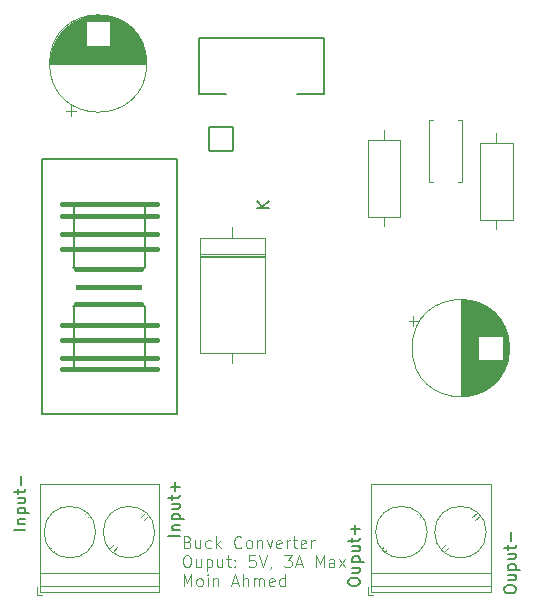
<source format=gto>
G04 #@! TF.GenerationSoftware,KiCad,Pcbnew,8.0.4*
G04 #@! TF.CreationDate,2024-11-26T22:54:14-05:00*
G04 #@! TF.ProjectId,buck_converter_lm2596_5V,6275636b-5f63-46f6-9e76-65727465725f,rev?*
G04 #@! TF.SameCoordinates,Original*
G04 #@! TF.FileFunction,Legend,Top*
G04 #@! TF.FilePolarity,Positive*
%FSLAX46Y46*%
G04 Gerber Fmt 4.6, Leading zero omitted, Abs format (unit mm)*
G04 Created by KiCad (PCBNEW 8.0.4) date 2024-11-26 22:54:14*
%MOMM*%
%LPD*%
G01*
G04 APERTURE LIST*
G04 Aperture macros list*
%AMRoundRect*
0 Rectangle with rounded corners*
0 $1 Rounding radius*
0 $2 $3 $4 $5 $6 $7 $8 $9 X,Y pos of 4 corners*
0 Add a 4 corners polygon primitive as box body*
4,1,4,$2,$3,$4,$5,$6,$7,$8,$9,$2,$3,0*
0 Add four circle primitives for the rounded corners*
1,1,$1+$1,$2,$3*
1,1,$1+$1,$4,$5*
1,1,$1+$1,$6,$7*
1,1,$1+$1,$8,$9*
0 Add four rect primitives between the rounded corners*
20,1,$1+$1,$2,$3,$4,$5,0*
20,1,$1+$1,$4,$5,$6,$7,0*
20,1,$1+$1,$6,$7,$8,$9,0*
20,1,$1+$1,$8,$9,$2,$3,0*%
G04 Aperture macros list end*
%ADD10C,0.150000*%
%ADD11C,0.100000*%
%ADD12C,0.120000*%
%ADD13C,0.152400*%
%ADD14C,0.127000*%
%ADD15C,0.406400*%
%ADD16R,1.600000X1.600000*%
%ADD17C,1.600000*%
%ADD18RoundRect,0.102000X-1.009650X-1.009650X1.009650X-1.009650X1.009650X1.009650X-1.009650X1.009650X0*%
%ADD19C,2.223300*%
%ADD20R,2.600000X2.600000*%
%ADD21C,2.600000*%
%ADD22O,1.600000X1.600000*%
%ADD23O,2.004000X3.804000*%
%ADD24R,3.200000X3.200000*%
%ADD25O,3.200000X3.200000*%
G04 APERTURE END LIST*
D10*
X140839819Y-101771220D02*
X139839819Y-101771220D01*
X140173152Y-101295030D02*
X140839819Y-101295030D01*
X140268390Y-101295030D02*
X140220771Y-101247411D01*
X140220771Y-101247411D02*
X140173152Y-101152173D01*
X140173152Y-101152173D02*
X140173152Y-101009316D01*
X140173152Y-101009316D02*
X140220771Y-100914078D01*
X140220771Y-100914078D02*
X140316009Y-100866459D01*
X140316009Y-100866459D02*
X140839819Y-100866459D01*
X140173152Y-100390268D02*
X141173152Y-100390268D01*
X140220771Y-100390268D02*
X140173152Y-100295030D01*
X140173152Y-100295030D02*
X140173152Y-100104554D01*
X140173152Y-100104554D02*
X140220771Y-100009316D01*
X140220771Y-100009316D02*
X140268390Y-99961697D01*
X140268390Y-99961697D02*
X140363628Y-99914078D01*
X140363628Y-99914078D02*
X140649342Y-99914078D01*
X140649342Y-99914078D02*
X140744580Y-99961697D01*
X140744580Y-99961697D02*
X140792200Y-100009316D01*
X140792200Y-100009316D02*
X140839819Y-100104554D01*
X140839819Y-100104554D02*
X140839819Y-100295030D01*
X140839819Y-100295030D02*
X140792200Y-100390268D01*
X140173152Y-99056935D02*
X140839819Y-99056935D01*
X140173152Y-99485506D02*
X140696961Y-99485506D01*
X140696961Y-99485506D02*
X140792200Y-99437887D01*
X140792200Y-99437887D02*
X140839819Y-99342649D01*
X140839819Y-99342649D02*
X140839819Y-99199792D01*
X140839819Y-99199792D02*
X140792200Y-99104554D01*
X140792200Y-99104554D02*
X140744580Y-99056935D01*
X140173152Y-98723601D02*
X140173152Y-98342649D01*
X139839819Y-98580744D02*
X140696961Y-98580744D01*
X140696961Y-98580744D02*
X140792200Y-98533125D01*
X140792200Y-98533125D02*
X140839819Y-98437887D01*
X140839819Y-98437887D02*
X140839819Y-98342649D01*
X140458866Y-98009315D02*
X140458866Y-97247411D01*
X153920819Y-102279220D02*
X152920819Y-102279220D01*
X153254152Y-101803030D02*
X153920819Y-101803030D01*
X153349390Y-101803030D02*
X153301771Y-101755411D01*
X153301771Y-101755411D02*
X153254152Y-101660173D01*
X153254152Y-101660173D02*
X153254152Y-101517316D01*
X153254152Y-101517316D02*
X153301771Y-101422078D01*
X153301771Y-101422078D02*
X153397009Y-101374459D01*
X153397009Y-101374459D02*
X153920819Y-101374459D01*
X153254152Y-100898268D02*
X154254152Y-100898268D01*
X153301771Y-100898268D02*
X153254152Y-100803030D01*
X153254152Y-100803030D02*
X153254152Y-100612554D01*
X153254152Y-100612554D02*
X153301771Y-100517316D01*
X153301771Y-100517316D02*
X153349390Y-100469697D01*
X153349390Y-100469697D02*
X153444628Y-100422078D01*
X153444628Y-100422078D02*
X153730342Y-100422078D01*
X153730342Y-100422078D02*
X153825580Y-100469697D01*
X153825580Y-100469697D02*
X153873200Y-100517316D01*
X153873200Y-100517316D02*
X153920819Y-100612554D01*
X153920819Y-100612554D02*
X153920819Y-100803030D01*
X153920819Y-100803030D02*
X153873200Y-100898268D01*
X153254152Y-99564935D02*
X153920819Y-99564935D01*
X153254152Y-99993506D02*
X153777961Y-99993506D01*
X153777961Y-99993506D02*
X153873200Y-99945887D01*
X153873200Y-99945887D02*
X153920819Y-99850649D01*
X153920819Y-99850649D02*
X153920819Y-99707792D01*
X153920819Y-99707792D02*
X153873200Y-99612554D01*
X153873200Y-99612554D02*
X153825580Y-99564935D01*
X153254152Y-99231601D02*
X153254152Y-98850649D01*
X152920819Y-99088744D02*
X153777961Y-99088744D01*
X153777961Y-99088744D02*
X153873200Y-99041125D01*
X153873200Y-99041125D02*
X153920819Y-98945887D01*
X153920819Y-98945887D02*
X153920819Y-98850649D01*
X153539866Y-98517315D02*
X153539866Y-97755411D01*
X153920819Y-98136363D02*
X153158914Y-98136363D01*
D11*
X154561217Y-102808721D02*
X154704074Y-102856340D01*
X154704074Y-102856340D02*
X154751693Y-102903959D01*
X154751693Y-102903959D02*
X154799312Y-102999197D01*
X154799312Y-102999197D02*
X154799312Y-103142054D01*
X154799312Y-103142054D02*
X154751693Y-103237292D01*
X154751693Y-103237292D02*
X154704074Y-103284912D01*
X154704074Y-103284912D02*
X154608836Y-103332531D01*
X154608836Y-103332531D02*
X154227884Y-103332531D01*
X154227884Y-103332531D02*
X154227884Y-102332531D01*
X154227884Y-102332531D02*
X154561217Y-102332531D01*
X154561217Y-102332531D02*
X154656455Y-102380150D01*
X154656455Y-102380150D02*
X154704074Y-102427769D01*
X154704074Y-102427769D02*
X154751693Y-102523007D01*
X154751693Y-102523007D02*
X154751693Y-102618245D01*
X154751693Y-102618245D02*
X154704074Y-102713483D01*
X154704074Y-102713483D02*
X154656455Y-102761102D01*
X154656455Y-102761102D02*
X154561217Y-102808721D01*
X154561217Y-102808721D02*
X154227884Y-102808721D01*
X155656455Y-102665864D02*
X155656455Y-103332531D01*
X155227884Y-102665864D02*
X155227884Y-103189673D01*
X155227884Y-103189673D02*
X155275503Y-103284912D01*
X155275503Y-103284912D02*
X155370741Y-103332531D01*
X155370741Y-103332531D02*
X155513598Y-103332531D01*
X155513598Y-103332531D02*
X155608836Y-103284912D01*
X155608836Y-103284912D02*
X155656455Y-103237292D01*
X156561217Y-103284912D02*
X156465979Y-103332531D01*
X156465979Y-103332531D02*
X156275503Y-103332531D01*
X156275503Y-103332531D02*
X156180265Y-103284912D01*
X156180265Y-103284912D02*
X156132646Y-103237292D01*
X156132646Y-103237292D02*
X156085027Y-103142054D01*
X156085027Y-103142054D02*
X156085027Y-102856340D01*
X156085027Y-102856340D02*
X156132646Y-102761102D01*
X156132646Y-102761102D02*
X156180265Y-102713483D01*
X156180265Y-102713483D02*
X156275503Y-102665864D01*
X156275503Y-102665864D02*
X156465979Y-102665864D01*
X156465979Y-102665864D02*
X156561217Y-102713483D01*
X156989789Y-103332531D02*
X156989789Y-102332531D01*
X157085027Y-102951578D02*
X157370741Y-103332531D01*
X157370741Y-102665864D02*
X156989789Y-103046816D01*
X159132646Y-103237292D02*
X159085027Y-103284912D01*
X159085027Y-103284912D02*
X158942170Y-103332531D01*
X158942170Y-103332531D02*
X158846932Y-103332531D01*
X158846932Y-103332531D02*
X158704075Y-103284912D01*
X158704075Y-103284912D02*
X158608837Y-103189673D01*
X158608837Y-103189673D02*
X158561218Y-103094435D01*
X158561218Y-103094435D02*
X158513599Y-102903959D01*
X158513599Y-102903959D02*
X158513599Y-102761102D01*
X158513599Y-102761102D02*
X158561218Y-102570626D01*
X158561218Y-102570626D02*
X158608837Y-102475388D01*
X158608837Y-102475388D02*
X158704075Y-102380150D01*
X158704075Y-102380150D02*
X158846932Y-102332531D01*
X158846932Y-102332531D02*
X158942170Y-102332531D01*
X158942170Y-102332531D02*
X159085027Y-102380150D01*
X159085027Y-102380150D02*
X159132646Y-102427769D01*
X159704075Y-103332531D02*
X159608837Y-103284912D01*
X159608837Y-103284912D02*
X159561218Y-103237292D01*
X159561218Y-103237292D02*
X159513599Y-103142054D01*
X159513599Y-103142054D02*
X159513599Y-102856340D01*
X159513599Y-102856340D02*
X159561218Y-102761102D01*
X159561218Y-102761102D02*
X159608837Y-102713483D01*
X159608837Y-102713483D02*
X159704075Y-102665864D01*
X159704075Y-102665864D02*
X159846932Y-102665864D01*
X159846932Y-102665864D02*
X159942170Y-102713483D01*
X159942170Y-102713483D02*
X159989789Y-102761102D01*
X159989789Y-102761102D02*
X160037408Y-102856340D01*
X160037408Y-102856340D02*
X160037408Y-103142054D01*
X160037408Y-103142054D02*
X159989789Y-103237292D01*
X159989789Y-103237292D02*
X159942170Y-103284912D01*
X159942170Y-103284912D02*
X159846932Y-103332531D01*
X159846932Y-103332531D02*
X159704075Y-103332531D01*
X160465980Y-102665864D02*
X160465980Y-103332531D01*
X160465980Y-102761102D02*
X160513599Y-102713483D01*
X160513599Y-102713483D02*
X160608837Y-102665864D01*
X160608837Y-102665864D02*
X160751694Y-102665864D01*
X160751694Y-102665864D02*
X160846932Y-102713483D01*
X160846932Y-102713483D02*
X160894551Y-102808721D01*
X160894551Y-102808721D02*
X160894551Y-103332531D01*
X161275504Y-102665864D02*
X161513599Y-103332531D01*
X161513599Y-103332531D02*
X161751694Y-102665864D01*
X162513599Y-103284912D02*
X162418361Y-103332531D01*
X162418361Y-103332531D02*
X162227885Y-103332531D01*
X162227885Y-103332531D02*
X162132647Y-103284912D01*
X162132647Y-103284912D02*
X162085028Y-103189673D01*
X162085028Y-103189673D02*
X162085028Y-102808721D01*
X162085028Y-102808721D02*
X162132647Y-102713483D01*
X162132647Y-102713483D02*
X162227885Y-102665864D01*
X162227885Y-102665864D02*
X162418361Y-102665864D01*
X162418361Y-102665864D02*
X162513599Y-102713483D01*
X162513599Y-102713483D02*
X162561218Y-102808721D01*
X162561218Y-102808721D02*
X162561218Y-102903959D01*
X162561218Y-102903959D02*
X162085028Y-102999197D01*
X162989790Y-103332531D02*
X162989790Y-102665864D01*
X162989790Y-102856340D02*
X163037409Y-102761102D01*
X163037409Y-102761102D02*
X163085028Y-102713483D01*
X163085028Y-102713483D02*
X163180266Y-102665864D01*
X163180266Y-102665864D02*
X163275504Y-102665864D01*
X163465981Y-102665864D02*
X163846933Y-102665864D01*
X163608838Y-102332531D02*
X163608838Y-103189673D01*
X163608838Y-103189673D02*
X163656457Y-103284912D01*
X163656457Y-103284912D02*
X163751695Y-103332531D01*
X163751695Y-103332531D02*
X163846933Y-103332531D01*
X164561219Y-103284912D02*
X164465981Y-103332531D01*
X164465981Y-103332531D02*
X164275505Y-103332531D01*
X164275505Y-103332531D02*
X164180267Y-103284912D01*
X164180267Y-103284912D02*
X164132648Y-103189673D01*
X164132648Y-103189673D02*
X164132648Y-102808721D01*
X164132648Y-102808721D02*
X164180267Y-102713483D01*
X164180267Y-102713483D02*
X164275505Y-102665864D01*
X164275505Y-102665864D02*
X164465981Y-102665864D01*
X164465981Y-102665864D02*
X164561219Y-102713483D01*
X164561219Y-102713483D02*
X164608838Y-102808721D01*
X164608838Y-102808721D02*
X164608838Y-102903959D01*
X164608838Y-102903959D02*
X164132648Y-102999197D01*
X165037410Y-103332531D02*
X165037410Y-102665864D01*
X165037410Y-102856340D02*
X165085029Y-102761102D01*
X165085029Y-102761102D02*
X165132648Y-102713483D01*
X165132648Y-102713483D02*
X165227886Y-102665864D01*
X165227886Y-102665864D02*
X165323124Y-102665864D01*
X154418360Y-103942475D02*
X154608836Y-103942475D01*
X154608836Y-103942475D02*
X154704074Y-103990094D01*
X154704074Y-103990094D02*
X154799312Y-104085332D01*
X154799312Y-104085332D02*
X154846931Y-104275808D01*
X154846931Y-104275808D02*
X154846931Y-104609141D01*
X154846931Y-104609141D02*
X154799312Y-104799617D01*
X154799312Y-104799617D02*
X154704074Y-104894856D01*
X154704074Y-104894856D02*
X154608836Y-104942475D01*
X154608836Y-104942475D02*
X154418360Y-104942475D01*
X154418360Y-104942475D02*
X154323122Y-104894856D01*
X154323122Y-104894856D02*
X154227884Y-104799617D01*
X154227884Y-104799617D02*
X154180265Y-104609141D01*
X154180265Y-104609141D02*
X154180265Y-104275808D01*
X154180265Y-104275808D02*
X154227884Y-104085332D01*
X154227884Y-104085332D02*
X154323122Y-103990094D01*
X154323122Y-103990094D02*
X154418360Y-103942475D01*
X155704074Y-104275808D02*
X155704074Y-104942475D01*
X155275503Y-104275808D02*
X155275503Y-104799617D01*
X155275503Y-104799617D02*
X155323122Y-104894856D01*
X155323122Y-104894856D02*
X155418360Y-104942475D01*
X155418360Y-104942475D02*
X155561217Y-104942475D01*
X155561217Y-104942475D02*
X155656455Y-104894856D01*
X155656455Y-104894856D02*
X155704074Y-104847236D01*
X156180265Y-104275808D02*
X156180265Y-105275808D01*
X156180265Y-104323427D02*
X156275503Y-104275808D01*
X156275503Y-104275808D02*
X156465979Y-104275808D01*
X156465979Y-104275808D02*
X156561217Y-104323427D01*
X156561217Y-104323427D02*
X156608836Y-104371046D01*
X156608836Y-104371046D02*
X156656455Y-104466284D01*
X156656455Y-104466284D02*
X156656455Y-104751998D01*
X156656455Y-104751998D02*
X156608836Y-104847236D01*
X156608836Y-104847236D02*
X156561217Y-104894856D01*
X156561217Y-104894856D02*
X156465979Y-104942475D01*
X156465979Y-104942475D02*
X156275503Y-104942475D01*
X156275503Y-104942475D02*
X156180265Y-104894856D01*
X157513598Y-104275808D02*
X157513598Y-104942475D01*
X157085027Y-104275808D02*
X157085027Y-104799617D01*
X157085027Y-104799617D02*
X157132646Y-104894856D01*
X157132646Y-104894856D02*
X157227884Y-104942475D01*
X157227884Y-104942475D02*
X157370741Y-104942475D01*
X157370741Y-104942475D02*
X157465979Y-104894856D01*
X157465979Y-104894856D02*
X157513598Y-104847236D01*
X157846932Y-104275808D02*
X158227884Y-104275808D01*
X157989789Y-103942475D02*
X157989789Y-104799617D01*
X157989789Y-104799617D02*
X158037408Y-104894856D01*
X158037408Y-104894856D02*
X158132646Y-104942475D01*
X158132646Y-104942475D02*
X158227884Y-104942475D01*
X158561218Y-104847236D02*
X158608837Y-104894856D01*
X158608837Y-104894856D02*
X158561218Y-104942475D01*
X158561218Y-104942475D02*
X158513599Y-104894856D01*
X158513599Y-104894856D02*
X158561218Y-104847236D01*
X158561218Y-104847236D02*
X158561218Y-104942475D01*
X158561218Y-104323427D02*
X158608837Y-104371046D01*
X158608837Y-104371046D02*
X158561218Y-104418665D01*
X158561218Y-104418665D02*
X158513599Y-104371046D01*
X158513599Y-104371046D02*
X158561218Y-104323427D01*
X158561218Y-104323427D02*
X158561218Y-104418665D01*
X160275503Y-103942475D02*
X159799313Y-103942475D01*
X159799313Y-103942475D02*
X159751694Y-104418665D01*
X159751694Y-104418665D02*
X159799313Y-104371046D01*
X159799313Y-104371046D02*
X159894551Y-104323427D01*
X159894551Y-104323427D02*
X160132646Y-104323427D01*
X160132646Y-104323427D02*
X160227884Y-104371046D01*
X160227884Y-104371046D02*
X160275503Y-104418665D01*
X160275503Y-104418665D02*
X160323122Y-104513903D01*
X160323122Y-104513903D02*
X160323122Y-104751998D01*
X160323122Y-104751998D02*
X160275503Y-104847236D01*
X160275503Y-104847236D02*
X160227884Y-104894856D01*
X160227884Y-104894856D02*
X160132646Y-104942475D01*
X160132646Y-104942475D02*
X159894551Y-104942475D01*
X159894551Y-104942475D02*
X159799313Y-104894856D01*
X159799313Y-104894856D02*
X159751694Y-104847236D01*
X160608837Y-103942475D02*
X160942170Y-104942475D01*
X160942170Y-104942475D02*
X161275503Y-103942475D01*
X161656456Y-104894856D02*
X161656456Y-104942475D01*
X161656456Y-104942475D02*
X161608837Y-105037713D01*
X161608837Y-105037713D02*
X161561218Y-105085332D01*
X162751694Y-103942475D02*
X163370741Y-103942475D01*
X163370741Y-103942475D02*
X163037408Y-104323427D01*
X163037408Y-104323427D02*
X163180265Y-104323427D01*
X163180265Y-104323427D02*
X163275503Y-104371046D01*
X163275503Y-104371046D02*
X163323122Y-104418665D01*
X163323122Y-104418665D02*
X163370741Y-104513903D01*
X163370741Y-104513903D02*
X163370741Y-104751998D01*
X163370741Y-104751998D02*
X163323122Y-104847236D01*
X163323122Y-104847236D02*
X163275503Y-104894856D01*
X163275503Y-104894856D02*
X163180265Y-104942475D01*
X163180265Y-104942475D02*
X162894551Y-104942475D01*
X162894551Y-104942475D02*
X162799313Y-104894856D01*
X162799313Y-104894856D02*
X162751694Y-104847236D01*
X163751694Y-104656760D02*
X164227884Y-104656760D01*
X163656456Y-104942475D02*
X163989789Y-103942475D01*
X163989789Y-103942475D02*
X164323122Y-104942475D01*
X165418361Y-104942475D02*
X165418361Y-103942475D01*
X165418361Y-103942475D02*
X165751694Y-104656760D01*
X165751694Y-104656760D02*
X166085027Y-103942475D01*
X166085027Y-103942475D02*
X166085027Y-104942475D01*
X166989789Y-104942475D02*
X166989789Y-104418665D01*
X166989789Y-104418665D02*
X166942170Y-104323427D01*
X166942170Y-104323427D02*
X166846932Y-104275808D01*
X166846932Y-104275808D02*
X166656456Y-104275808D01*
X166656456Y-104275808D02*
X166561218Y-104323427D01*
X166989789Y-104894856D02*
X166894551Y-104942475D01*
X166894551Y-104942475D02*
X166656456Y-104942475D01*
X166656456Y-104942475D02*
X166561218Y-104894856D01*
X166561218Y-104894856D02*
X166513599Y-104799617D01*
X166513599Y-104799617D02*
X166513599Y-104704379D01*
X166513599Y-104704379D02*
X166561218Y-104609141D01*
X166561218Y-104609141D02*
X166656456Y-104561522D01*
X166656456Y-104561522D02*
X166894551Y-104561522D01*
X166894551Y-104561522D02*
X166989789Y-104513903D01*
X167370742Y-104942475D02*
X167894551Y-104275808D01*
X167370742Y-104275808D02*
X167894551Y-104942475D01*
X154227884Y-106552419D02*
X154227884Y-105552419D01*
X154227884Y-105552419D02*
X154561217Y-106266704D01*
X154561217Y-106266704D02*
X154894550Y-105552419D01*
X154894550Y-105552419D02*
X154894550Y-106552419D01*
X155513598Y-106552419D02*
X155418360Y-106504800D01*
X155418360Y-106504800D02*
X155370741Y-106457180D01*
X155370741Y-106457180D02*
X155323122Y-106361942D01*
X155323122Y-106361942D02*
X155323122Y-106076228D01*
X155323122Y-106076228D02*
X155370741Y-105980990D01*
X155370741Y-105980990D02*
X155418360Y-105933371D01*
X155418360Y-105933371D02*
X155513598Y-105885752D01*
X155513598Y-105885752D02*
X155656455Y-105885752D01*
X155656455Y-105885752D02*
X155751693Y-105933371D01*
X155751693Y-105933371D02*
X155799312Y-105980990D01*
X155799312Y-105980990D02*
X155846931Y-106076228D01*
X155846931Y-106076228D02*
X155846931Y-106361942D01*
X155846931Y-106361942D02*
X155799312Y-106457180D01*
X155799312Y-106457180D02*
X155751693Y-106504800D01*
X155751693Y-106504800D02*
X155656455Y-106552419D01*
X155656455Y-106552419D02*
X155513598Y-106552419D01*
X156275503Y-106552419D02*
X156275503Y-105885752D01*
X156275503Y-105552419D02*
X156227884Y-105600038D01*
X156227884Y-105600038D02*
X156275503Y-105647657D01*
X156275503Y-105647657D02*
X156323122Y-105600038D01*
X156323122Y-105600038D02*
X156275503Y-105552419D01*
X156275503Y-105552419D02*
X156275503Y-105647657D01*
X156751693Y-105885752D02*
X156751693Y-106552419D01*
X156751693Y-105980990D02*
X156799312Y-105933371D01*
X156799312Y-105933371D02*
X156894550Y-105885752D01*
X156894550Y-105885752D02*
X157037407Y-105885752D01*
X157037407Y-105885752D02*
X157132645Y-105933371D01*
X157132645Y-105933371D02*
X157180264Y-106028609D01*
X157180264Y-106028609D02*
X157180264Y-106552419D01*
X158370741Y-106266704D02*
X158846931Y-106266704D01*
X158275503Y-106552419D02*
X158608836Y-105552419D01*
X158608836Y-105552419D02*
X158942169Y-106552419D01*
X159275503Y-106552419D02*
X159275503Y-105552419D01*
X159704074Y-106552419D02*
X159704074Y-106028609D01*
X159704074Y-106028609D02*
X159656455Y-105933371D01*
X159656455Y-105933371D02*
X159561217Y-105885752D01*
X159561217Y-105885752D02*
X159418360Y-105885752D01*
X159418360Y-105885752D02*
X159323122Y-105933371D01*
X159323122Y-105933371D02*
X159275503Y-105980990D01*
X160180265Y-106552419D02*
X160180265Y-105885752D01*
X160180265Y-105980990D02*
X160227884Y-105933371D01*
X160227884Y-105933371D02*
X160323122Y-105885752D01*
X160323122Y-105885752D02*
X160465979Y-105885752D01*
X160465979Y-105885752D02*
X160561217Y-105933371D01*
X160561217Y-105933371D02*
X160608836Y-106028609D01*
X160608836Y-106028609D02*
X160608836Y-106552419D01*
X160608836Y-106028609D02*
X160656455Y-105933371D01*
X160656455Y-105933371D02*
X160751693Y-105885752D01*
X160751693Y-105885752D02*
X160894550Y-105885752D01*
X160894550Y-105885752D02*
X160989789Y-105933371D01*
X160989789Y-105933371D02*
X161037408Y-106028609D01*
X161037408Y-106028609D02*
X161037408Y-106552419D01*
X161894550Y-106504800D02*
X161799312Y-106552419D01*
X161799312Y-106552419D02*
X161608836Y-106552419D01*
X161608836Y-106552419D02*
X161513598Y-106504800D01*
X161513598Y-106504800D02*
X161465979Y-106409561D01*
X161465979Y-106409561D02*
X161465979Y-106028609D01*
X161465979Y-106028609D02*
X161513598Y-105933371D01*
X161513598Y-105933371D02*
X161608836Y-105885752D01*
X161608836Y-105885752D02*
X161799312Y-105885752D01*
X161799312Y-105885752D02*
X161894550Y-105933371D01*
X161894550Y-105933371D02*
X161942169Y-106028609D01*
X161942169Y-106028609D02*
X161942169Y-106123847D01*
X161942169Y-106123847D02*
X161465979Y-106219085D01*
X162799312Y-106552419D02*
X162799312Y-105552419D01*
X162799312Y-106504800D02*
X162704074Y-106552419D01*
X162704074Y-106552419D02*
X162513598Y-106552419D01*
X162513598Y-106552419D02*
X162418360Y-106504800D01*
X162418360Y-106504800D02*
X162370741Y-106457180D01*
X162370741Y-106457180D02*
X162323122Y-106361942D01*
X162323122Y-106361942D02*
X162323122Y-106076228D01*
X162323122Y-106076228D02*
X162370741Y-105980990D01*
X162370741Y-105980990D02*
X162418360Y-105933371D01*
X162418360Y-105933371D02*
X162513598Y-105885752D01*
X162513598Y-105885752D02*
X162704074Y-105885752D01*
X162704074Y-105885752D02*
X162799312Y-105933371D01*
D10*
X168160819Y-106279744D02*
X168160819Y-106089268D01*
X168160819Y-106089268D02*
X168208438Y-105994030D01*
X168208438Y-105994030D02*
X168303676Y-105898792D01*
X168303676Y-105898792D02*
X168494152Y-105851173D01*
X168494152Y-105851173D02*
X168827485Y-105851173D01*
X168827485Y-105851173D02*
X169017961Y-105898792D01*
X169017961Y-105898792D02*
X169113200Y-105994030D01*
X169113200Y-105994030D02*
X169160819Y-106089268D01*
X169160819Y-106089268D02*
X169160819Y-106279744D01*
X169160819Y-106279744D02*
X169113200Y-106374982D01*
X169113200Y-106374982D02*
X169017961Y-106470220D01*
X169017961Y-106470220D02*
X168827485Y-106517839D01*
X168827485Y-106517839D02*
X168494152Y-106517839D01*
X168494152Y-106517839D02*
X168303676Y-106470220D01*
X168303676Y-106470220D02*
X168208438Y-106374982D01*
X168208438Y-106374982D02*
X168160819Y-106279744D01*
X168494152Y-104994030D02*
X169160819Y-104994030D01*
X168494152Y-105422601D02*
X169017961Y-105422601D01*
X169017961Y-105422601D02*
X169113200Y-105374982D01*
X169113200Y-105374982D02*
X169160819Y-105279744D01*
X169160819Y-105279744D02*
X169160819Y-105136887D01*
X169160819Y-105136887D02*
X169113200Y-105041649D01*
X169113200Y-105041649D02*
X169065580Y-104994030D01*
X168494152Y-104517839D02*
X169494152Y-104517839D01*
X168541771Y-104517839D02*
X168494152Y-104422601D01*
X168494152Y-104422601D02*
X168494152Y-104232125D01*
X168494152Y-104232125D02*
X168541771Y-104136887D01*
X168541771Y-104136887D02*
X168589390Y-104089268D01*
X168589390Y-104089268D02*
X168684628Y-104041649D01*
X168684628Y-104041649D02*
X168970342Y-104041649D01*
X168970342Y-104041649D02*
X169065580Y-104089268D01*
X169065580Y-104089268D02*
X169113200Y-104136887D01*
X169113200Y-104136887D02*
X169160819Y-104232125D01*
X169160819Y-104232125D02*
X169160819Y-104422601D01*
X169160819Y-104422601D02*
X169113200Y-104517839D01*
X168494152Y-103184506D02*
X169160819Y-103184506D01*
X168494152Y-103613077D02*
X169017961Y-103613077D01*
X169017961Y-103613077D02*
X169113200Y-103565458D01*
X169113200Y-103565458D02*
X169160819Y-103470220D01*
X169160819Y-103470220D02*
X169160819Y-103327363D01*
X169160819Y-103327363D02*
X169113200Y-103232125D01*
X169113200Y-103232125D02*
X169065580Y-103184506D01*
X168494152Y-102851172D02*
X168494152Y-102470220D01*
X168160819Y-102708315D02*
X169017961Y-102708315D01*
X169017961Y-102708315D02*
X169113200Y-102660696D01*
X169113200Y-102660696D02*
X169160819Y-102565458D01*
X169160819Y-102565458D02*
X169160819Y-102470220D01*
X168779866Y-102136886D02*
X168779866Y-101374982D01*
X169160819Y-101755934D02*
X168398914Y-101755934D01*
X181368819Y-106914744D02*
X181368819Y-106724268D01*
X181368819Y-106724268D02*
X181416438Y-106629030D01*
X181416438Y-106629030D02*
X181511676Y-106533792D01*
X181511676Y-106533792D02*
X181702152Y-106486173D01*
X181702152Y-106486173D02*
X182035485Y-106486173D01*
X182035485Y-106486173D02*
X182225961Y-106533792D01*
X182225961Y-106533792D02*
X182321200Y-106629030D01*
X182321200Y-106629030D02*
X182368819Y-106724268D01*
X182368819Y-106724268D02*
X182368819Y-106914744D01*
X182368819Y-106914744D02*
X182321200Y-107009982D01*
X182321200Y-107009982D02*
X182225961Y-107105220D01*
X182225961Y-107105220D02*
X182035485Y-107152839D01*
X182035485Y-107152839D02*
X181702152Y-107152839D01*
X181702152Y-107152839D02*
X181511676Y-107105220D01*
X181511676Y-107105220D02*
X181416438Y-107009982D01*
X181416438Y-107009982D02*
X181368819Y-106914744D01*
X181702152Y-105629030D02*
X182368819Y-105629030D01*
X181702152Y-106057601D02*
X182225961Y-106057601D01*
X182225961Y-106057601D02*
X182321200Y-106009982D01*
X182321200Y-106009982D02*
X182368819Y-105914744D01*
X182368819Y-105914744D02*
X182368819Y-105771887D01*
X182368819Y-105771887D02*
X182321200Y-105676649D01*
X182321200Y-105676649D02*
X182273580Y-105629030D01*
X181702152Y-105152839D02*
X182702152Y-105152839D01*
X181749771Y-105152839D02*
X181702152Y-105057601D01*
X181702152Y-105057601D02*
X181702152Y-104867125D01*
X181702152Y-104867125D02*
X181749771Y-104771887D01*
X181749771Y-104771887D02*
X181797390Y-104724268D01*
X181797390Y-104724268D02*
X181892628Y-104676649D01*
X181892628Y-104676649D02*
X182178342Y-104676649D01*
X182178342Y-104676649D02*
X182273580Y-104724268D01*
X182273580Y-104724268D02*
X182321200Y-104771887D01*
X182321200Y-104771887D02*
X182368819Y-104867125D01*
X182368819Y-104867125D02*
X182368819Y-105057601D01*
X182368819Y-105057601D02*
X182321200Y-105152839D01*
X181702152Y-103819506D02*
X182368819Y-103819506D01*
X181702152Y-104248077D02*
X182225961Y-104248077D01*
X182225961Y-104248077D02*
X182321200Y-104200458D01*
X182321200Y-104200458D02*
X182368819Y-104105220D01*
X182368819Y-104105220D02*
X182368819Y-103962363D01*
X182368819Y-103962363D02*
X182321200Y-103867125D01*
X182321200Y-103867125D02*
X182273580Y-103819506D01*
X181702152Y-103486172D02*
X181702152Y-103105220D01*
X181368819Y-103343315D02*
X182225961Y-103343315D01*
X182225961Y-103343315D02*
X182321200Y-103295696D01*
X182321200Y-103295696D02*
X182368819Y-103200458D01*
X182368819Y-103200458D02*
X182368819Y-103105220D01*
X181987866Y-102771886D02*
X181987866Y-102009982D01*
X161423819Y-74556904D02*
X160423819Y-74556904D01*
X161423819Y-73985476D02*
X160852390Y-74414047D01*
X160423819Y-73985476D02*
X160995247Y-74556904D01*
D12*
X173287651Y-84085000D02*
X174087651Y-84085000D01*
X173687651Y-83685000D02*
X173687651Y-84485000D01*
X177697349Y-82320000D02*
X177697349Y-90480000D01*
X177737349Y-82320000D02*
X177737349Y-90480000D01*
X177777349Y-82320000D02*
X177777349Y-90480000D01*
X177817349Y-82321000D02*
X177817349Y-90479000D01*
X177857349Y-82323000D02*
X177857349Y-90477000D01*
X177897349Y-82324000D02*
X177897349Y-90476000D01*
X177937349Y-82326000D02*
X177937349Y-90474000D01*
X177977349Y-82329000D02*
X177977349Y-90471000D01*
X178017349Y-82332000D02*
X178017349Y-90468000D01*
X178057349Y-82335000D02*
X178057349Y-90465000D01*
X178097349Y-82339000D02*
X178097349Y-90461000D01*
X178137349Y-82343000D02*
X178137349Y-90457000D01*
X178177349Y-82348000D02*
X178177349Y-90452000D01*
X178217349Y-82352000D02*
X178217349Y-90448000D01*
X178257349Y-82358000D02*
X178257349Y-90442000D01*
X178297349Y-82363000D02*
X178297349Y-90437000D01*
X178337349Y-82370000D02*
X178337349Y-90430000D01*
X178377349Y-82376000D02*
X178377349Y-90424000D01*
X178418349Y-82383000D02*
X178418349Y-90417000D01*
X178458349Y-82390000D02*
X178458349Y-90410000D01*
X178498349Y-82398000D02*
X178498349Y-90402000D01*
X178538349Y-82406000D02*
X178538349Y-90394000D01*
X178578349Y-82415000D02*
X178578349Y-90385000D01*
X178618349Y-82424000D02*
X178618349Y-90376000D01*
X178658349Y-82433000D02*
X178658349Y-90367000D01*
X178698349Y-82443000D02*
X178698349Y-90357000D01*
X178738349Y-82453000D02*
X178738349Y-90347000D01*
X178778349Y-82464000D02*
X178778349Y-90336000D01*
X178818349Y-82475000D02*
X178818349Y-90325000D01*
X178858349Y-82486000D02*
X178858349Y-90314000D01*
X178898349Y-82498000D02*
X178898349Y-90302000D01*
X178938349Y-82511000D02*
X178938349Y-90289000D01*
X178978349Y-82523000D02*
X178978349Y-90277000D01*
X179018349Y-82537000D02*
X179018349Y-90263000D01*
X179058349Y-82550000D02*
X179058349Y-90250000D01*
X179098349Y-82565000D02*
X179098349Y-90235000D01*
X179138349Y-82579000D02*
X179138349Y-90221000D01*
X179178349Y-82595000D02*
X179178349Y-85360000D01*
X179178349Y-87440000D02*
X179178349Y-90205000D01*
X179218349Y-82610000D02*
X179218349Y-85360000D01*
X179218349Y-87440000D02*
X179218349Y-90190000D01*
X179258349Y-82626000D02*
X179258349Y-85360000D01*
X179258349Y-87440000D02*
X179258349Y-90174000D01*
X179298349Y-82643000D02*
X179298349Y-85360000D01*
X179298349Y-87440000D02*
X179298349Y-90157000D01*
X179338349Y-82660000D02*
X179338349Y-85360000D01*
X179338349Y-87440000D02*
X179338349Y-90140000D01*
X179378349Y-82678000D02*
X179378349Y-85360000D01*
X179378349Y-87440000D02*
X179378349Y-90122000D01*
X179418349Y-82696000D02*
X179418349Y-85360000D01*
X179418349Y-87440000D02*
X179418349Y-90104000D01*
X179458349Y-82714000D02*
X179458349Y-85360000D01*
X179458349Y-87440000D02*
X179458349Y-90086000D01*
X179498349Y-82734000D02*
X179498349Y-85360000D01*
X179498349Y-87440000D02*
X179498349Y-90066000D01*
X179538349Y-82753000D02*
X179538349Y-85360000D01*
X179538349Y-87440000D02*
X179538349Y-90047000D01*
X179578349Y-82773000D02*
X179578349Y-85360000D01*
X179578349Y-87440000D02*
X179578349Y-90027000D01*
X179618349Y-82794000D02*
X179618349Y-85360000D01*
X179618349Y-87440000D02*
X179618349Y-90006000D01*
X179658349Y-82816000D02*
X179658349Y-85360000D01*
X179658349Y-87440000D02*
X179658349Y-89984000D01*
X179698349Y-82838000D02*
X179698349Y-85360000D01*
X179698349Y-87440000D02*
X179698349Y-89962000D01*
X179738349Y-82860000D02*
X179738349Y-85360000D01*
X179738349Y-87440000D02*
X179738349Y-89940000D01*
X179778349Y-82883000D02*
X179778349Y-85360000D01*
X179778349Y-87440000D02*
X179778349Y-89917000D01*
X179818349Y-82907000D02*
X179818349Y-85360000D01*
X179818349Y-87440000D02*
X179818349Y-89893000D01*
X179858349Y-82931000D02*
X179858349Y-85360000D01*
X179858349Y-87440000D02*
X179858349Y-89869000D01*
X179898349Y-82956000D02*
X179898349Y-85360000D01*
X179898349Y-87440000D02*
X179898349Y-89844000D01*
X179938349Y-82982000D02*
X179938349Y-85360000D01*
X179938349Y-87440000D02*
X179938349Y-89818000D01*
X179978349Y-83008000D02*
X179978349Y-85360000D01*
X179978349Y-87440000D02*
X179978349Y-89792000D01*
X180018349Y-83035000D02*
X180018349Y-85360000D01*
X180018349Y-87440000D02*
X180018349Y-89765000D01*
X180058349Y-83062000D02*
X180058349Y-85360000D01*
X180058349Y-87440000D02*
X180058349Y-89738000D01*
X180098349Y-83091000D02*
X180098349Y-85360000D01*
X180098349Y-87440000D02*
X180098349Y-89709000D01*
X180138349Y-83120000D02*
X180138349Y-85360000D01*
X180138349Y-87440000D02*
X180138349Y-89680000D01*
X180178349Y-83150000D02*
X180178349Y-85360000D01*
X180178349Y-87440000D02*
X180178349Y-89650000D01*
X180218349Y-83180000D02*
X180218349Y-85360000D01*
X180218349Y-87440000D02*
X180218349Y-89620000D01*
X180258349Y-83211000D02*
X180258349Y-85360000D01*
X180258349Y-87440000D02*
X180258349Y-89589000D01*
X180298349Y-83244000D02*
X180298349Y-85360000D01*
X180298349Y-87440000D02*
X180298349Y-89556000D01*
X180338349Y-83276000D02*
X180338349Y-85360000D01*
X180338349Y-87440000D02*
X180338349Y-89524000D01*
X180378349Y-83310000D02*
X180378349Y-85360000D01*
X180378349Y-87440000D02*
X180378349Y-89490000D01*
X180418349Y-83345000D02*
X180418349Y-85360000D01*
X180418349Y-87440000D02*
X180418349Y-89455000D01*
X180458349Y-83381000D02*
X180458349Y-85360000D01*
X180458349Y-87440000D02*
X180458349Y-89419000D01*
X180498349Y-83417000D02*
X180498349Y-85360000D01*
X180498349Y-87440000D02*
X180498349Y-89383000D01*
X180538349Y-83455000D02*
X180538349Y-85360000D01*
X180538349Y-87440000D02*
X180538349Y-89345000D01*
X180578349Y-83493000D02*
X180578349Y-85360000D01*
X180578349Y-87440000D02*
X180578349Y-89307000D01*
X180618349Y-83533000D02*
X180618349Y-85360000D01*
X180618349Y-87440000D02*
X180618349Y-89267000D01*
X180658349Y-83574000D02*
X180658349Y-85360000D01*
X180658349Y-87440000D02*
X180658349Y-89226000D01*
X180698349Y-83616000D02*
X180698349Y-85360000D01*
X180698349Y-87440000D02*
X180698349Y-89184000D01*
X180738349Y-83659000D02*
X180738349Y-85360000D01*
X180738349Y-87440000D02*
X180738349Y-89141000D01*
X180778349Y-83703000D02*
X180778349Y-85360000D01*
X180778349Y-87440000D02*
X180778349Y-89097000D01*
X180818349Y-83749000D02*
X180818349Y-85360000D01*
X180818349Y-87440000D02*
X180818349Y-89051000D01*
X180858349Y-83796000D02*
X180858349Y-85360000D01*
X180858349Y-87440000D02*
X180858349Y-89004000D01*
X180898349Y-83844000D02*
X180898349Y-85360000D01*
X180898349Y-87440000D02*
X180898349Y-88956000D01*
X180938349Y-83895000D02*
X180938349Y-85360000D01*
X180938349Y-87440000D02*
X180938349Y-88905000D01*
X180978349Y-83946000D02*
X180978349Y-85360000D01*
X180978349Y-87440000D02*
X180978349Y-88854000D01*
X181018349Y-84000000D02*
X181018349Y-85360000D01*
X181018349Y-87440000D02*
X181018349Y-88800000D01*
X181058349Y-84055000D02*
X181058349Y-85360000D01*
X181058349Y-87440000D02*
X181058349Y-88745000D01*
X181098349Y-84113000D02*
X181098349Y-85360000D01*
X181098349Y-87440000D02*
X181098349Y-88687000D01*
X181138349Y-84172000D02*
X181138349Y-85360000D01*
X181138349Y-87440000D02*
X181138349Y-88628000D01*
X181178349Y-84234000D02*
X181178349Y-85360000D01*
X181178349Y-87440000D02*
X181178349Y-88566000D01*
X181218349Y-84298000D02*
X181218349Y-85360000D01*
X181218349Y-87440000D02*
X181218349Y-88502000D01*
X181258349Y-84366000D02*
X181258349Y-88434000D01*
X181298349Y-84436000D02*
X181298349Y-88364000D01*
X181338349Y-84510000D02*
X181338349Y-88290000D01*
X181378349Y-84587000D02*
X181378349Y-88213000D01*
X181418349Y-84669000D02*
X181418349Y-88131000D01*
X181458349Y-84755000D02*
X181458349Y-88045000D01*
X181498349Y-84848000D02*
X181498349Y-87952000D01*
X181538349Y-84947000D02*
X181538349Y-87853000D01*
X181578349Y-85054000D02*
X181578349Y-87746000D01*
X181618349Y-85171000D02*
X181618349Y-87629000D01*
X181658349Y-85302000D02*
X181658349Y-87498000D01*
X181698349Y-85452000D02*
X181698349Y-87348000D01*
X181738349Y-85632000D02*
X181738349Y-87168000D01*
X181778349Y-85867000D02*
X181778349Y-86933000D01*
X181817349Y-86400000D02*
G75*
G02*
X173577349Y-86400000I-4120000J0D01*
G01*
X173577349Y-86400000D02*
G75*
G02*
X181817349Y-86400000I4120000J0D01*
G01*
X144685000Y-66712349D02*
X144685000Y-65912349D01*
X144285000Y-66312349D02*
X145085000Y-66312349D01*
X142920000Y-62302651D02*
X151080000Y-62302651D01*
X142920000Y-62262651D02*
X151080000Y-62262651D01*
X142920000Y-62222651D02*
X151080000Y-62222651D01*
X142921000Y-62182651D02*
X151079000Y-62182651D01*
X142923000Y-62142651D02*
X151077000Y-62142651D01*
X142924000Y-62102651D02*
X151076000Y-62102651D01*
X142926000Y-62062651D02*
X151074000Y-62062651D01*
X142929000Y-62022651D02*
X151071000Y-62022651D01*
X142932000Y-61982651D02*
X151068000Y-61982651D01*
X142935000Y-61942651D02*
X151065000Y-61942651D01*
X142939000Y-61902651D02*
X151061000Y-61902651D01*
X142943000Y-61862651D02*
X151057000Y-61862651D01*
X142948000Y-61822651D02*
X151052000Y-61822651D01*
X142952000Y-61782651D02*
X151048000Y-61782651D01*
X142958000Y-61742651D02*
X151042000Y-61742651D01*
X142963000Y-61702651D02*
X151037000Y-61702651D01*
X142970000Y-61662651D02*
X151030000Y-61662651D01*
X142976000Y-61622651D02*
X151024000Y-61622651D01*
X142983000Y-61581651D02*
X151017000Y-61581651D01*
X142990000Y-61541651D02*
X151010000Y-61541651D01*
X142998000Y-61501651D02*
X151002000Y-61501651D01*
X143006000Y-61461651D02*
X150994000Y-61461651D01*
X143015000Y-61421651D02*
X150985000Y-61421651D01*
X143024000Y-61381651D02*
X150976000Y-61381651D01*
X143033000Y-61341651D02*
X150967000Y-61341651D01*
X143043000Y-61301651D02*
X150957000Y-61301651D01*
X143053000Y-61261651D02*
X150947000Y-61261651D01*
X143064000Y-61221651D02*
X150936000Y-61221651D01*
X143075000Y-61181651D02*
X150925000Y-61181651D01*
X143086000Y-61141651D02*
X150914000Y-61141651D01*
X143098000Y-61101651D02*
X150902000Y-61101651D01*
X143111000Y-61061651D02*
X150889000Y-61061651D01*
X143123000Y-61021651D02*
X150877000Y-61021651D01*
X143137000Y-60981651D02*
X150863000Y-60981651D01*
X143150000Y-60941651D02*
X150850000Y-60941651D01*
X143165000Y-60901651D02*
X150835000Y-60901651D01*
X143179000Y-60861651D02*
X150821000Y-60861651D01*
X143195000Y-60821651D02*
X145960000Y-60821651D01*
X148040000Y-60821651D02*
X150805000Y-60821651D01*
X143210000Y-60781651D02*
X145960000Y-60781651D01*
X148040000Y-60781651D02*
X150790000Y-60781651D01*
X143226000Y-60741651D02*
X145960000Y-60741651D01*
X148040000Y-60741651D02*
X150774000Y-60741651D01*
X143243000Y-60701651D02*
X145960000Y-60701651D01*
X148040000Y-60701651D02*
X150757000Y-60701651D01*
X143260000Y-60661651D02*
X145960000Y-60661651D01*
X148040000Y-60661651D02*
X150740000Y-60661651D01*
X143278000Y-60621651D02*
X145960000Y-60621651D01*
X148040000Y-60621651D02*
X150722000Y-60621651D01*
X143296000Y-60581651D02*
X145960000Y-60581651D01*
X148040000Y-60581651D02*
X150704000Y-60581651D01*
X143314000Y-60541651D02*
X145960000Y-60541651D01*
X148040000Y-60541651D02*
X150686000Y-60541651D01*
X143334000Y-60501651D02*
X145960000Y-60501651D01*
X148040000Y-60501651D02*
X150666000Y-60501651D01*
X143353000Y-60461651D02*
X145960000Y-60461651D01*
X148040000Y-60461651D02*
X150647000Y-60461651D01*
X143373000Y-60421651D02*
X145960000Y-60421651D01*
X148040000Y-60421651D02*
X150627000Y-60421651D01*
X143394000Y-60381651D02*
X145960000Y-60381651D01*
X148040000Y-60381651D02*
X150606000Y-60381651D01*
X143416000Y-60341651D02*
X145960000Y-60341651D01*
X148040000Y-60341651D02*
X150584000Y-60341651D01*
X143438000Y-60301651D02*
X145960000Y-60301651D01*
X148040000Y-60301651D02*
X150562000Y-60301651D01*
X143460000Y-60261651D02*
X145960000Y-60261651D01*
X148040000Y-60261651D02*
X150540000Y-60261651D01*
X143483000Y-60221651D02*
X145960000Y-60221651D01*
X148040000Y-60221651D02*
X150517000Y-60221651D01*
X143507000Y-60181651D02*
X145960000Y-60181651D01*
X148040000Y-60181651D02*
X150493000Y-60181651D01*
X143531000Y-60141651D02*
X145960000Y-60141651D01*
X148040000Y-60141651D02*
X150469000Y-60141651D01*
X143556000Y-60101651D02*
X145960000Y-60101651D01*
X148040000Y-60101651D02*
X150444000Y-60101651D01*
X143582000Y-60061651D02*
X145960000Y-60061651D01*
X148040000Y-60061651D02*
X150418000Y-60061651D01*
X143608000Y-60021651D02*
X145960000Y-60021651D01*
X148040000Y-60021651D02*
X150392000Y-60021651D01*
X143635000Y-59981651D02*
X145960000Y-59981651D01*
X148040000Y-59981651D02*
X150365000Y-59981651D01*
X143662000Y-59941651D02*
X145960000Y-59941651D01*
X148040000Y-59941651D02*
X150338000Y-59941651D01*
X143691000Y-59901651D02*
X145960000Y-59901651D01*
X148040000Y-59901651D02*
X150309000Y-59901651D01*
X143720000Y-59861651D02*
X145960000Y-59861651D01*
X148040000Y-59861651D02*
X150280000Y-59861651D01*
X143750000Y-59821651D02*
X145960000Y-59821651D01*
X148040000Y-59821651D02*
X150250000Y-59821651D01*
X143780000Y-59781651D02*
X145960000Y-59781651D01*
X148040000Y-59781651D02*
X150220000Y-59781651D01*
X143811000Y-59741651D02*
X145960000Y-59741651D01*
X148040000Y-59741651D02*
X150189000Y-59741651D01*
X143844000Y-59701651D02*
X145960000Y-59701651D01*
X148040000Y-59701651D02*
X150156000Y-59701651D01*
X143876000Y-59661651D02*
X145960000Y-59661651D01*
X148040000Y-59661651D02*
X150124000Y-59661651D01*
X143910000Y-59621651D02*
X145960000Y-59621651D01*
X148040000Y-59621651D02*
X150090000Y-59621651D01*
X143945000Y-59581651D02*
X145960000Y-59581651D01*
X148040000Y-59581651D02*
X150055000Y-59581651D01*
X143981000Y-59541651D02*
X145960000Y-59541651D01*
X148040000Y-59541651D02*
X150019000Y-59541651D01*
X144017000Y-59501651D02*
X145960000Y-59501651D01*
X148040000Y-59501651D02*
X149983000Y-59501651D01*
X144055000Y-59461651D02*
X145960000Y-59461651D01*
X148040000Y-59461651D02*
X149945000Y-59461651D01*
X144093000Y-59421651D02*
X145960000Y-59421651D01*
X148040000Y-59421651D02*
X149907000Y-59421651D01*
X144133000Y-59381651D02*
X145960000Y-59381651D01*
X148040000Y-59381651D02*
X149867000Y-59381651D01*
X144174000Y-59341651D02*
X145960000Y-59341651D01*
X148040000Y-59341651D02*
X149826000Y-59341651D01*
X144216000Y-59301651D02*
X145960000Y-59301651D01*
X148040000Y-59301651D02*
X149784000Y-59301651D01*
X144259000Y-59261651D02*
X145960000Y-59261651D01*
X148040000Y-59261651D02*
X149741000Y-59261651D01*
X144303000Y-59221651D02*
X145960000Y-59221651D01*
X148040000Y-59221651D02*
X149697000Y-59221651D01*
X144349000Y-59181651D02*
X145960000Y-59181651D01*
X148040000Y-59181651D02*
X149651000Y-59181651D01*
X144396000Y-59141651D02*
X145960000Y-59141651D01*
X148040000Y-59141651D02*
X149604000Y-59141651D01*
X144444000Y-59101651D02*
X145960000Y-59101651D01*
X148040000Y-59101651D02*
X149556000Y-59101651D01*
X144495000Y-59061651D02*
X145960000Y-59061651D01*
X148040000Y-59061651D02*
X149505000Y-59061651D01*
X144546000Y-59021651D02*
X145960000Y-59021651D01*
X148040000Y-59021651D02*
X149454000Y-59021651D01*
X144600000Y-58981651D02*
X145960000Y-58981651D01*
X148040000Y-58981651D02*
X149400000Y-58981651D01*
X144655000Y-58941651D02*
X145960000Y-58941651D01*
X148040000Y-58941651D02*
X149345000Y-58941651D01*
X144713000Y-58901651D02*
X145960000Y-58901651D01*
X148040000Y-58901651D02*
X149287000Y-58901651D01*
X144772000Y-58861651D02*
X145960000Y-58861651D01*
X148040000Y-58861651D02*
X149228000Y-58861651D01*
X144834000Y-58821651D02*
X145960000Y-58821651D01*
X148040000Y-58821651D02*
X149166000Y-58821651D01*
X144898000Y-58781651D02*
X145960000Y-58781651D01*
X148040000Y-58781651D02*
X149102000Y-58781651D01*
X144966000Y-58741651D02*
X149034000Y-58741651D01*
X145036000Y-58701651D02*
X148964000Y-58701651D01*
X145110000Y-58661651D02*
X148890000Y-58661651D01*
X145187000Y-58621651D02*
X148813000Y-58621651D01*
X145269000Y-58581651D02*
X148731000Y-58581651D01*
X145355000Y-58541651D02*
X148645000Y-58541651D01*
X145448000Y-58501651D02*
X148552000Y-58501651D01*
X145547000Y-58461651D02*
X148453000Y-58461651D01*
X145654000Y-58421651D02*
X148346000Y-58421651D01*
X145771000Y-58381651D02*
X148229000Y-58381651D01*
X145902000Y-58341651D02*
X148098000Y-58341651D01*
X146052000Y-58301651D02*
X147948000Y-58301651D01*
X146232000Y-58261651D02*
X147768000Y-58261651D01*
X146467000Y-58221651D02*
X147533000Y-58221651D01*
X151120000Y-62302651D02*
G75*
G02*
X142880000Y-62302651I-4120000J0D01*
G01*
X142880000Y-62302651D02*
G75*
G02*
X151120000Y-62302651I4120000J0D01*
G01*
D13*
X155549600Y-60172600D02*
X155549600Y-64871600D01*
X155549600Y-64871600D02*
X157835600Y-64871600D01*
X163830000Y-64871600D02*
X166116000Y-64871600D01*
X166116000Y-60172600D02*
X155549600Y-60172600D01*
X166116000Y-64871600D02*
X166116000Y-60172600D01*
D12*
X175033000Y-67063000D02*
X175348000Y-67063000D01*
X175033000Y-72303000D02*
X175033000Y-67063000D01*
X175033000Y-72303000D02*
X175348000Y-72303000D01*
X177458000Y-67063000D02*
X177773000Y-67063000D01*
X177458000Y-72303000D02*
X177773000Y-72303000D01*
X177773000Y-72303000D02*
X177773000Y-67063000D01*
X141806000Y-106641000D02*
X141806000Y-107281000D01*
X141806000Y-107281000D02*
X142206000Y-107281000D01*
X142046000Y-97921000D02*
X142046000Y-107041000D01*
X142046000Y-97921000D02*
X152166000Y-97921000D01*
X142046000Y-105481000D02*
X152166000Y-105481000D01*
X142046000Y-106581000D02*
X152166000Y-106581000D01*
X142046000Y-107041000D02*
X152166000Y-107041000D01*
X143058000Y-103262000D02*
X142952000Y-103369000D01*
X143324000Y-103528000D02*
X143218000Y-103635000D01*
X145994000Y-100327000D02*
X145887000Y-100434000D01*
X146260000Y-100593000D02*
X146153000Y-100700000D01*
X148348000Y-102973000D02*
X147953000Y-103369000D01*
X148599000Y-103255000D02*
X148219000Y-103635000D01*
X150994000Y-100327000D02*
X150614000Y-100707000D01*
X151260000Y-100593000D02*
X150865000Y-100989000D01*
X152166000Y-97921000D02*
X152166000Y-107041000D01*
X146786000Y-101981000D02*
G75*
G02*
X142426000Y-101981000I-2180000J0D01*
G01*
X142426000Y-101981000D02*
G75*
G02*
X146786000Y-101981000I2180000J0D01*
G01*
X151786000Y-101981000D02*
G75*
G02*
X147426000Y-101981000I-2180000J0D01*
G01*
X147426000Y-101981000D02*
G75*
G02*
X151786000Y-101981000I2180000J0D01*
G01*
X169826000Y-68739000D02*
X169826000Y-75279000D01*
X169826000Y-75279000D02*
X172566000Y-75279000D01*
X171196000Y-67969000D02*
X171196000Y-68739000D01*
X171196000Y-76049000D02*
X171196000Y-75279000D01*
X172566000Y-68739000D02*
X169826000Y-68739000D01*
X172566000Y-75279000D02*
X172566000Y-68739000D01*
X169873000Y-106641000D02*
X169873000Y-107281000D01*
X169873000Y-107281000D02*
X170273000Y-107281000D01*
X170113000Y-97921000D02*
X170113000Y-107041000D01*
X170113000Y-97921000D02*
X180233000Y-97921000D01*
X170113000Y-105481000D02*
X180233000Y-105481000D01*
X170113000Y-106581000D02*
X180233000Y-106581000D01*
X170113000Y-107041000D02*
X180233000Y-107041000D01*
X171125000Y-103262000D02*
X171019000Y-103369000D01*
X171391000Y-103528000D02*
X171285000Y-103635000D01*
X174061000Y-100327000D02*
X173954000Y-100434000D01*
X174327000Y-100593000D02*
X174220000Y-100700000D01*
X176415000Y-102973000D02*
X176020000Y-103369000D01*
X176666000Y-103255000D02*
X176286000Y-103635000D01*
X179061000Y-100327000D02*
X178681000Y-100707000D01*
X179327000Y-100593000D02*
X178932000Y-100989000D01*
X180233000Y-97921000D02*
X180233000Y-107041000D01*
X174853000Y-101981000D02*
G75*
G02*
X170493000Y-101981000I-2180000J0D01*
G01*
X170493000Y-101981000D02*
G75*
G02*
X174853000Y-101981000I2180000J0D01*
G01*
X179853000Y-101981000D02*
G75*
G02*
X175493000Y-101981000I-2180000J0D01*
G01*
X175493000Y-101981000D02*
G75*
G02*
X179853000Y-101981000I2180000J0D01*
G01*
D14*
X153670000Y-91995000D02*
X142240000Y-91995000D01*
X153670000Y-70405000D02*
X153670000Y-91995000D01*
D15*
X151955000Y-88200000D02*
X143955000Y-88200000D01*
X151955000Y-87200000D02*
X143955000Y-87200000D01*
X151955000Y-85700000D02*
X143955000Y-85700000D01*
X151955000Y-84430000D02*
X143955000Y-84430000D01*
X151955000Y-82700000D02*
X143955000Y-82700000D01*
X151955000Y-79700000D02*
X143955000Y-79700000D01*
X151955000Y-77970000D02*
X143955000Y-77970000D01*
X151955000Y-76700000D02*
X143955000Y-76700000D01*
X151955000Y-75200000D02*
X143955000Y-75200000D01*
X151955000Y-74200000D02*
X143955000Y-74200000D01*
D14*
X150955000Y-88200000D02*
X150955000Y-81200000D01*
X150955000Y-81200000D02*
X150955000Y-74200000D01*
D15*
X150955000Y-81200000D02*
X144955000Y-81200000D01*
D14*
X150955000Y-74200000D02*
X144955000Y-74200000D01*
X144955000Y-88200000D02*
X150955000Y-88200000D01*
X144955000Y-81200000D02*
X144955000Y-88200000D01*
X144955000Y-74200000D02*
X144955000Y-81200000D01*
X142240000Y-91995000D02*
X142240000Y-70405000D01*
X142240000Y-70405000D02*
X153670000Y-70405000D01*
D12*
X155649000Y-77045000D02*
X155649000Y-86785000D01*
X155649000Y-86785000D02*
X161089000Y-86785000D01*
X158369000Y-76135000D02*
X158369000Y-77045000D01*
X158369000Y-87695000D02*
X158369000Y-86785000D01*
X161089000Y-77045000D02*
X155649000Y-77045000D01*
X161089000Y-78470000D02*
X155649000Y-78470000D01*
X161089000Y-78590000D02*
X155649000Y-78590000D01*
X161089000Y-78710000D02*
X155649000Y-78710000D01*
X161089000Y-86785000D02*
X161089000Y-77045000D01*
X179351000Y-68993000D02*
X179351000Y-75533000D01*
X179351000Y-75533000D02*
X182091000Y-75533000D01*
X180721000Y-68223000D02*
X180721000Y-68993000D01*
X180721000Y-76303000D02*
X180721000Y-75533000D01*
X182091000Y-68993000D02*
X179351000Y-68993000D01*
X182091000Y-75533000D02*
X182091000Y-68993000D01*
%LPC*%
D16*
X175197349Y-86400000D03*
D17*
X180197349Y-86400000D03*
D16*
X147000000Y-64802651D03*
D17*
X147000000Y-59802651D03*
D18*
X157429200Y-68656200D03*
D19*
X159131000Y-64643000D03*
X160832800Y-68656200D03*
X162534600Y-64643000D03*
X164236400Y-68656200D03*
D17*
X176403000Y-72183000D03*
X176403000Y-67183000D03*
D20*
X144606000Y-101981000D03*
D21*
X149606000Y-101981000D03*
D17*
X171196000Y-77089000D03*
D22*
X171196000Y-66929000D03*
D20*
X172673000Y-101981000D03*
D21*
X177673000Y-101981000D03*
D23*
X151765000Y-81200000D03*
X144145000Y-81200000D03*
D24*
X158369000Y-74295000D03*
D25*
X158369000Y-89535000D03*
D17*
X180721000Y-67183000D03*
D22*
X180721000Y-77343000D03*
%LPD*%
M02*

</source>
